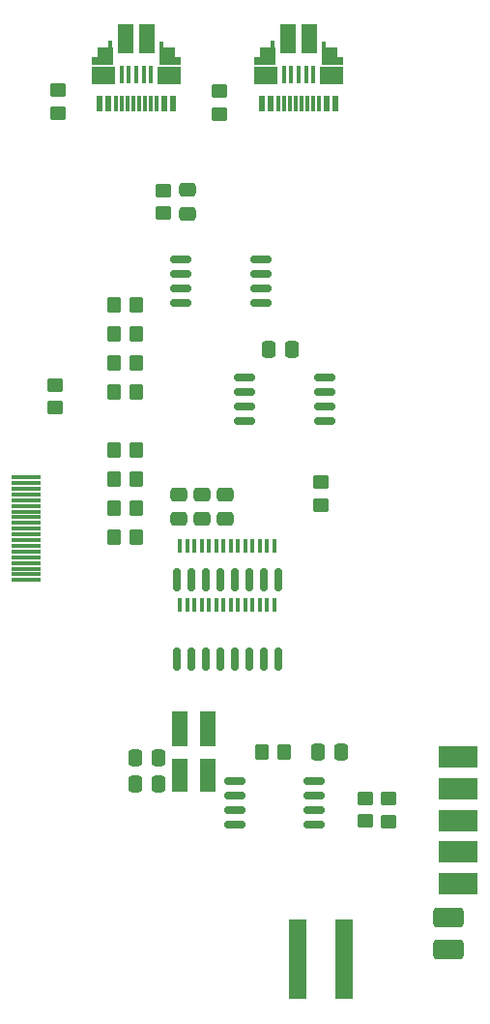
<source format=gtp>
G04 #@! TF.GenerationSoftware,KiCad,Pcbnew,6.0.11-2627ca5db0~126~ubuntu20.04.1*
G04 #@! TF.CreationDate,2024-04-17T12:51:00+05:00*
G04 #@! TF.ProjectId,16EJU24,3136454a-5532-4342-9e6b-696361645f70,rev?*
G04 #@! TF.SameCoordinates,Original*
G04 #@! TF.FileFunction,Paste,Top*
G04 #@! TF.FilePolarity,Positive*
%FSLAX46Y46*%
G04 Gerber Fmt 4.6, Leading zero omitted, Abs format (unit mm)*
G04 Created by KiCad (PCBNEW 6.0.11-2627ca5db0~126~ubuntu20.04.1) date 2024-04-17 12:51:00*
%MOMM*%
%LPD*%
G01*
G04 APERTURE LIST*
G04 Aperture macros list*
%AMRoundRect*
0 Rectangle with rounded corners*
0 $1 Rounding radius*
0 $2 $3 $4 $5 $6 $7 $8 $9 X,Y pos of 4 corners*
0 Add a 4 corners polygon primitive as box body*
4,1,4,$2,$3,$4,$5,$6,$7,$8,$9,$2,$3,0*
0 Add four circle primitives for the rounded corners*
1,1,$1+$1,$2,$3*
1,1,$1+$1,$4,$5*
1,1,$1+$1,$6,$7*
1,1,$1+$1,$8,$9*
0 Add four rect primitives between the rounded corners*
20,1,$1+$1,$2,$3,$4,$5,0*
20,1,$1+$1,$4,$5,$6,$7,0*
20,1,$1+$1,$6,$7,$8,$9,0*
20,1,$1+$1,$8,$9,$2,$3,0*%
%AMOutline4P*
0 Free polygon, 4 corners , with rotation*
0 The origin of the aperture is its center*
0 number of corners: always 4*
0 $1 to $8 corner X, Y*
0 $9 Rotation angle, in degrees counterclockwise*
0 create outline with 4 corners*
4,1,4,$1,$2,$3,$4,$5,$6,$7,$8,$1,$2,$9*%
G04 Aperture macros list end*
%ADD10RoundRect,0.250000X-0.450000X0.350000X-0.450000X-0.350000X0.450000X-0.350000X0.450000X0.350000X0*%
%ADD11RoundRect,0.150000X-0.800000X-0.150000X0.800000X-0.150000X0.800000X0.150000X-0.800000X0.150000X0*%
%ADD12RoundRect,0.250000X0.337500X0.475000X-0.337500X0.475000X-0.337500X-0.475000X0.337500X-0.475000X0*%
%ADD13RoundRect,0.250000X-0.475000X0.337500X-0.475000X-0.337500X0.475000X-0.337500X0.475000X0.337500X0*%
%ADD14RoundRect,0.250000X-0.350000X-0.450000X0.350000X-0.450000X0.350000X0.450000X-0.350000X0.450000X0*%
%ADD15R,0.600000X1.450000*%
%ADD16R,0.400000X1.650000*%
%ADD17R,0.300000X1.450000*%
%ADD18Outline4P,-0.675000X-0.675000X0.675000X-0.675000X0.675000X0.675000X-0.675000X0.675000X0.000000*%
%ADD19R,2.000000X1.500000*%
%ADD20R,1.430000X2.500000*%
%ADD21R,1.825000X0.700000*%
%ADD22R,0.380714X1.829960*%
%ADD23R,0.382484X1.821706*%
%ADD24R,2.600000X0.300000*%
%ADD25RoundRect,0.250000X-0.337500X-0.475000X0.337500X-0.475000X0.337500X0.475000X-0.337500X0.475000X0*%
%ADD26RoundRect,0.150000X0.150000X-0.837500X0.150000X0.837500X-0.150000X0.837500X-0.150000X-0.837500X0*%
%ADD27RoundRect,0.250000X0.450000X-0.350000X0.450000X0.350000X-0.450000X0.350000X-0.450000X-0.350000X0*%
%ADD28RoundRect,0.150000X0.800000X0.150000X-0.800000X0.150000X-0.800000X-0.150000X0.800000X-0.150000X0*%
%ADD29R,3.480000X1.846667*%
%ADD30RoundRect,0.323962X-1.026038X0.534538X-1.026038X-0.534538X1.026038X-0.534538X1.026038X0.534538X0*%
%ADD31R,0.400000X1.200000*%
%ADD32R,1.392000X3.048000*%
%ADD33R,1.392000X2.921000*%
%ADD34R,1.600000X7.000000*%
G04 APERTURE END LIST*
D10*
X68664381Y-97867757D03*
X68664381Y-95867757D03*
D11*
X58095000Y-59055000D03*
X58095000Y-60325000D03*
X58095000Y-61595000D03*
X58095000Y-62865000D03*
X65095000Y-62865000D03*
X65095000Y-61595000D03*
X65095000Y-60325000D03*
X65095000Y-59055000D03*
X52507000Y-48768000D03*
X52507000Y-50038000D03*
X52507000Y-51308000D03*
X52507000Y-52578000D03*
X59507000Y-52578000D03*
X59507000Y-51308000D03*
X59507000Y-50038000D03*
X59507000Y-48768000D03*
D10*
X50982000Y-42688000D03*
X50982000Y-44688000D03*
D12*
X62251500Y-56642000D03*
X60176500Y-56642000D03*
D13*
X53086000Y-42650500D03*
X53086000Y-44725500D03*
D14*
X59579000Y-91821000D03*
X61579000Y-91821000D03*
X46625000Y-67945000D03*
X48625000Y-67945000D03*
X46625000Y-70485000D03*
X48625000Y-70485000D03*
D13*
X52324000Y-69320500D03*
X52324000Y-71395500D03*
D14*
X46625000Y-55245000D03*
X48625000Y-55245000D03*
D15*
X51835635Y-35129506D03*
X51060635Y-35129506D03*
D16*
X49908980Y-32537012D03*
D17*
X50360635Y-35129506D03*
X49860635Y-35129506D03*
D16*
X49258980Y-32537012D03*
D17*
X49360635Y-35129506D03*
X48860635Y-35129506D03*
D16*
X48608980Y-32537012D03*
D17*
X48360635Y-35129506D03*
X47860635Y-35129506D03*
X47360635Y-35129506D03*
X46860635Y-35129506D03*
D15*
X46160635Y-35129506D03*
D16*
X47308980Y-32537012D03*
D15*
X45385635Y-35129506D03*
D18*
X51338980Y-30899012D03*
D19*
X45708980Y-32657012D03*
D20*
X47648980Y-29387012D03*
D21*
X51558980Y-31337012D03*
D22*
X50823219Y-30571992D03*
D21*
X45608980Y-31337012D03*
D18*
X45858980Y-30899012D03*
D23*
X46350311Y-30543394D03*
D19*
X51458980Y-32637012D03*
D20*
X49568980Y-29387012D03*
D16*
X47958980Y-32537012D03*
D10*
X41783000Y-33941000D03*
X41783000Y-35941000D03*
D24*
X38987000Y-76788400D03*
X38987000Y-76288400D03*
X38987000Y-75788400D03*
X38987000Y-75288400D03*
X38987000Y-74788400D03*
X38987000Y-74288400D03*
X38987000Y-73788400D03*
X38987000Y-73288400D03*
X38987000Y-72788400D03*
X38987000Y-72288400D03*
X38987000Y-71788400D03*
X38987000Y-71288400D03*
X38987000Y-70788400D03*
X38987000Y-70288400D03*
X38987000Y-69788400D03*
X38987000Y-69288400D03*
X38987000Y-68788400D03*
X38987000Y-68288400D03*
X38987000Y-67788400D03*
D14*
X46625000Y-52705000D03*
X48625000Y-52705000D03*
D10*
X70739000Y-95901000D03*
X70739000Y-97901000D03*
D15*
X66064600Y-35127000D03*
D16*
X64137945Y-32534506D03*
D15*
X65289600Y-35127000D03*
D17*
X64589600Y-35127000D03*
X64089600Y-35127000D03*
D16*
X63487945Y-32534506D03*
D17*
X63589600Y-35127000D03*
D16*
X62837945Y-32534506D03*
D17*
X63089600Y-35127000D03*
X62589600Y-35127000D03*
X62089600Y-35127000D03*
X61589600Y-35127000D03*
X61089600Y-35127000D03*
D15*
X60389600Y-35127000D03*
X59614600Y-35127000D03*
D16*
X61537945Y-32534506D03*
D21*
X65787945Y-31334506D03*
D18*
X60087945Y-30896506D03*
D23*
X60579276Y-30540888D03*
D21*
X59837945Y-31334506D03*
D20*
X61877945Y-29384506D03*
D22*
X65052184Y-30569486D03*
D19*
X65687945Y-32634506D03*
X59937945Y-32654506D03*
D18*
X65567945Y-30896506D03*
D20*
X63797945Y-29384506D03*
D16*
X62187945Y-32534506D03*
D25*
X48492500Y-94615000D03*
X50567500Y-94615000D03*
X64494500Y-91821000D03*
X66569500Y-91821000D03*
D26*
X52133500Y-83666500D03*
X53403500Y-83666500D03*
X54673500Y-83666500D03*
X55943500Y-83666500D03*
X57213500Y-83666500D03*
X58483500Y-83666500D03*
X59753500Y-83666500D03*
X61023500Y-83666500D03*
X61023500Y-76741500D03*
X59753500Y-76741500D03*
X58483500Y-76741500D03*
X57213500Y-76741500D03*
X55943500Y-76741500D03*
X54673500Y-76741500D03*
X53403500Y-76741500D03*
X52133500Y-76741500D03*
D27*
X41529000Y-61706000D03*
X41529000Y-59706000D03*
D28*
X64206000Y-98171000D03*
X64206000Y-96901000D03*
X64206000Y-95631000D03*
X64206000Y-94361000D03*
X57206000Y-94361000D03*
X57206000Y-95631000D03*
X57206000Y-96901000D03*
X57206000Y-98171000D03*
D25*
X48492500Y-92329000D03*
X50567500Y-92329000D03*
D27*
X64770000Y-70215000D03*
X64770000Y-68215000D03*
D29*
X76806700Y-103355400D03*
X76806700Y-100585400D03*
X76806700Y-97815400D03*
X76806700Y-95045400D03*
X76806700Y-92275400D03*
D14*
X46625000Y-60325000D03*
X48625000Y-60325000D03*
D13*
X56388000Y-69320500D03*
X56388000Y-71395500D03*
X54356000Y-69320500D03*
X54356000Y-71395500D03*
D10*
X55880000Y-34000000D03*
X55880000Y-36000000D03*
D14*
X46625000Y-57785000D03*
X48625000Y-57785000D03*
X46625000Y-65405000D03*
X48625000Y-65405000D03*
D30*
X75946000Y-106329500D03*
X75946000Y-109062500D03*
D31*
X52451000Y-78994000D03*
X53086000Y-78994000D03*
X53721000Y-78994000D03*
X54356000Y-78994000D03*
X54991000Y-78994000D03*
X55626000Y-78994000D03*
X56261000Y-78994000D03*
X56896000Y-78994000D03*
X57531000Y-78994000D03*
X58166000Y-78994000D03*
X58801000Y-78994000D03*
X59436000Y-78994000D03*
X60071000Y-78994000D03*
X60706000Y-78994000D03*
X60706000Y-73794000D03*
X60071000Y-73794000D03*
X59436000Y-73794000D03*
X58801000Y-73794000D03*
X58166000Y-73794000D03*
X57531000Y-73794000D03*
X56896000Y-73794000D03*
X56261000Y-73794000D03*
X55626000Y-73794000D03*
X54991000Y-73794000D03*
X54356000Y-73794000D03*
X53721000Y-73794000D03*
X53086000Y-73794000D03*
X52451000Y-73794000D03*
D14*
X46625000Y-73025000D03*
X48625000Y-73025000D03*
D32*
X52451000Y-89822667D03*
D33*
X52451000Y-93823167D03*
X54859000Y-93823167D03*
D32*
X54859000Y-89822667D03*
D34*
X66764318Y-109982000D03*
X62764318Y-109982000D03*
M02*

</source>
